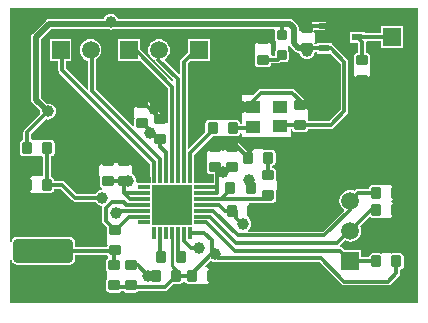
<source format=gtl>
G04 Layer_Physical_Order=1*
G04 Layer_Color=255*
%FSLAX42Y42*%
%MOMM*%
G71*
G01*
G75*
G04:AMPARAMS|DCode=10|XSize=1mm|YSize=0.9mm|CornerRadius=0.11mm|HoleSize=0mm|Usage=FLASHONLY|Rotation=0.000|XOffset=0mm|YOffset=0mm|HoleType=Round|Shape=RoundedRectangle|*
%AMROUNDEDRECTD10*
21,1,1.00,0.68,0,0,0.0*
21,1,0.78,0.90,0,0,0.0*
1,1,0.23,0.39,-0.34*
1,1,0.23,-0.39,-0.34*
1,1,0.23,-0.39,0.34*
1,1,0.23,0.39,0.34*
%
%ADD10ROUNDEDRECTD10*%
G04:AMPARAMS|DCode=11|XSize=0.8mm|YSize=0.8mm|CornerRadius=0.1mm|HoleSize=0mm|Usage=FLASHONLY|Rotation=270.000|XOffset=0mm|YOffset=0mm|HoleType=Round|Shape=RoundedRectangle|*
%AMROUNDEDRECTD11*
21,1,0.80,0.60,0,0,270.0*
21,1,0.60,0.80,0,0,270.0*
1,1,0.20,-0.30,-0.30*
1,1,0.20,-0.30,0.30*
1,1,0.20,0.30,0.30*
1,1,0.20,0.30,-0.30*
%
%ADD11ROUNDEDRECTD11*%
G04:AMPARAMS|DCode=12|XSize=2mm|YSize=5mm|CornerRadius=0.25mm|HoleSize=0mm|Usage=FLASHONLY|Rotation=270.000|XOffset=0mm|YOffset=0mm|HoleType=Round|Shape=RoundedRectangle|*
%AMROUNDEDRECTD12*
21,1,2.00,4.50,0,0,270.0*
21,1,1.50,5.00,0,0,270.0*
1,1,0.50,-2.25,-0.75*
1,1,0.50,-2.25,0.75*
1,1,0.50,2.25,0.75*
1,1,0.50,2.25,-0.75*
%
%ADD12ROUNDEDRECTD12*%
%ADD13R,0.90X0.60*%
G04:AMPARAMS|DCode=14|XSize=1mm|YSize=0.9mm|CornerRadius=0.11mm|HoleSize=0mm|Usage=FLASHONLY|Rotation=90.000|XOffset=0mm|YOffset=0mm|HoleType=Round|Shape=RoundedRectangle|*
%AMROUNDEDRECTD14*
21,1,1.00,0.68,0,0,90.0*
21,1,0.78,0.90,0,0,90.0*
1,1,0.23,0.34,0.39*
1,1,0.23,0.34,-0.39*
1,1,0.23,-0.34,-0.39*
1,1,0.23,-0.34,0.39*
%
%ADD14ROUNDEDRECTD14*%
%ADD15R,1.30X1.10*%
%ADD16C,1.00*%
%ADD17R,3.35X3.35*%
%ADD18R,1.00X0.30*%
%ADD19R,0.30X1.00*%
%ADD20C,0.30*%
%ADD21C,0.50*%
%ADD22C,0.25*%
G04:AMPARAMS|DCode=23|XSize=2.4mm|YSize=5mm|CornerRadius=0.3mm|HoleSize=0mm|Usage=FLASHONLY|Rotation=270.000|XOffset=0mm|YOffset=0mm|HoleType=Round|Shape=RoundedRectangle|*
%AMROUNDEDRECTD23*
21,1,2.40,4.40,0,0,270.0*
21,1,1.80,5.00,0,0,270.0*
1,1,0.60,-2.20,-0.90*
1,1,0.60,-2.20,0.90*
1,1,0.60,2.20,0.90*
1,1,0.60,2.20,-0.90*
%
%ADD23ROUNDEDRECTD23*%
%ADD24R,1.50X1.50*%
%ADD25C,1.50*%
%ADD26R,1.50X1.50*%
G36*
X2294Y2356D02*
X2294Y2354D01*
X2292Y2345D01*
Y2285D01*
X2295Y2274D01*
X2300Y2266D01*
Y2194D01*
X2295Y2186D01*
X2292Y2175D01*
Y2143D01*
X2266D01*
X2260Y2155D01*
Y2235D01*
X2240Y2255D01*
X2140D01*
X2120Y2235D01*
Y2155D01*
X2124Y2151D01*
X2122Y2144D01*
Y2076D01*
X2125Y2065D01*
X2131Y2056D01*
X2140Y2050D01*
X2151Y2047D01*
X2229D01*
X2240Y2050D01*
X2249Y2056D01*
X2255Y2065D01*
X2258Y2076D01*
Y2077D01*
X2315D01*
X2327Y2080D01*
X2338Y2087D01*
X2339Y2087D01*
X2380D01*
X2391Y2090D01*
X2399Y2096D01*
X2405Y2104D01*
X2408Y2115D01*
Y2175D01*
X2405Y2186D01*
X2400Y2194D01*
Y2226D01*
X2413Y2230D01*
X2420Y2220D01*
X2460Y2180D01*
X2474Y2170D01*
X2490Y2167D01*
X2494D01*
X2495Y2163D01*
X2501Y2146D01*
X2512Y2132D01*
X2526Y2121D01*
X2543Y2115D01*
X2560Y2112D01*
X2577Y2115D01*
X2594Y2121D01*
X2608Y2132D01*
X2619Y2146D01*
X2625Y2163D01*
X2626Y2169D01*
X2627Y2172D01*
X2648D01*
Y2158D01*
X2766D01*
X2847Y2076D01*
Y1684D01*
X2751Y1588D01*
X2581D01*
X2575Y1600D01*
Y1680D01*
X2555Y1700D01*
X2555Y1713D01*
X2558Y1725D01*
Y1740D01*
X2555Y1752D01*
X2548Y1763D01*
X2458Y1853D01*
X2447Y1860D01*
X2435Y1863D01*
X2175D01*
X2163Y1860D01*
X2152Y1853D01*
X2109Y1810D01*
X2015D01*
X2015Y1563D01*
X1998D01*
Y1569D01*
X1995Y1580D01*
X1989Y1589D01*
X1980Y1595D01*
X1969Y1598D01*
X1901D01*
X1894Y1596D01*
X1890Y1600D01*
X1810D01*
X1806Y1596D01*
X1799Y1598D01*
X1731D01*
X1720Y1595D01*
X1711Y1589D01*
X1705Y1580D01*
X1702Y1569D01*
Y1494D01*
X1564Y1356D01*
X1553Y1360D01*
Y2076D01*
X1574Y2098D01*
X1738D01*
Y2282D01*
X1554D01*
Y2168D01*
X1547Y2163D01*
X1497Y2113D01*
X1490Y2102D01*
X1487Y2090D01*
Y1990D01*
X1476Y1986D01*
X1362Y2099D01*
X1364Y2115D01*
X1376Y2124D01*
X1390Y2144D01*
X1400Y2166D01*
X1403Y2190D01*
X1400Y2214D01*
X1390Y2236D01*
X1376Y2256D01*
X1356Y2270D01*
X1334Y2280D01*
X1310Y2283D01*
X1286Y2280D01*
X1264Y2270D01*
X1244Y2256D01*
X1230Y2236D01*
X1220Y2214D01*
X1217Y2190D01*
X1220Y2166D01*
X1230Y2144D01*
X1244Y2124D01*
X1264Y2110D01*
X1273Y2106D01*
X1275Y2098D01*
X1282Y2087D01*
X1432Y1937D01*
X1431Y1933D01*
X1418Y1928D01*
X1148Y2198D01*
Y2282D01*
X964D01*
Y2098D01*
X1148D01*
X1148Y2098D01*
Y2098D01*
X1160Y2094D01*
X1387Y1866D01*
Y1579D01*
X1376Y1574D01*
X1370Y1580D01*
X1357D01*
X1350Y1593D01*
X1353Y1605D01*
X1350Y1617D01*
X1343Y1628D01*
X1203Y1768D01*
X1192Y1775D01*
X1180Y1778D01*
X1170D01*
X1158Y1775D01*
X1147Y1768D01*
X1140Y1757D01*
X1137Y1745D01*
X1140Y1733D01*
X1133Y1720D01*
X1120D01*
X1100Y1700D01*
Y1620D01*
X1104Y1616D01*
X1102Y1609D01*
Y1552D01*
X1090Y1546D01*
X778Y1859D01*
Y2111D01*
X796Y2124D01*
X810Y2144D01*
X820Y2166D01*
X823Y2190D01*
X820Y2214D01*
X810Y2236D01*
X796Y2256D01*
X776Y2270D01*
X754Y2280D01*
X730Y2283D01*
X706Y2280D01*
X684Y2270D01*
X664Y2256D01*
X650Y2236D01*
X640Y2214D01*
X637Y2190D01*
X640Y2166D01*
X650Y2144D01*
X664Y2124D01*
X684Y2110D01*
X706Y2100D01*
X712Y2100D01*
Y1862D01*
X700Y1856D01*
X523Y2034D01*
Y2098D01*
X568D01*
Y2282D01*
X384D01*
Y2098D01*
X457D01*
Y2020D01*
X460Y2008D01*
X467Y1997D01*
X1237Y1226D01*
Y1115D01*
X1238Y1112D01*
Y1062D01*
X1128D01*
X1117Y1074D01*
X1118Y1080D01*
X1115Y1097D01*
X1109Y1114D01*
X1098Y1128D01*
X1085Y1138D01*
Y1205D01*
X1065Y1225D01*
X1052D01*
X1045Y1238D01*
X1048Y1250D01*
X1045Y1262D01*
X1038Y1273D01*
X1027Y1280D01*
X1015Y1283D01*
X875D01*
X863Y1280D01*
X852Y1273D01*
X845Y1262D01*
X842Y1250D01*
X845Y1238D01*
X838Y1225D01*
X825D01*
X805Y1205D01*
Y1125D01*
X809Y1121D01*
X807Y1114D01*
Y1046D01*
X810Y1035D01*
X816Y1026D01*
X825Y1020D01*
X825Y1019D01*
X824Y1007D01*
X813Y1005D01*
X796Y999D01*
X782Y988D01*
X771Y974D01*
X771Y973D01*
X614D01*
X513Y1073D01*
X502Y1080D01*
X490Y1083D01*
X450D01*
X450Y1083D01*
X423D01*
Y1089D01*
X420Y1100D01*
X414Y1109D01*
X405Y1115D01*
X394Y1118D01*
X393D01*
Y1292D01*
X399D01*
X410Y1295D01*
X419Y1301D01*
X425Y1310D01*
X428Y1321D01*
Y1399D01*
X425Y1410D01*
X419Y1419D01*
X410Y1425D01*
X399Y1428D01*
X331D01*
X324Y1426D01*
X320Y1430D01*
X240D01*
X228Y1436D01*
Y1481D01*
X351Y1605D01*
X353Y1605D01*
X370Y1602D01*
X387Y1605D01*
X404Y1611D01*
X418Y1622D01*
X429Y1636D01*
X435Y1653D01*
X438Y1670D01*
X435Y1687D01*
X429Y1704D01*
X418Y1718D01*
X404Y1729D01*
X387Y1735D01*
X370Y1738D01*
X364Y1737D01*
X313Y1788D01*
Y2282D01*
X398Y2367D01*
X877D01*
X883Y2365D01*
X900Y2362D01*
X917Y2365D01*
X923Y2367D01*
X2287D01*
X2294Y2356D01*
D02*
G37*
G36*
X3500Y50D02*
X50D01*
Y411D01*
X63Y412D01*
X65Y399D01*
X75Y385D01*
X89Y375D01*
X105Y372D01*
X555D01*
X571Y375D01*
X585Y385D01*
X595Y399D01*
X598Y415D01*
Y457D01*
X873D01*
X875Y450D01*
X879Y443D01*
X880Y437D01*
X877Y428D01*
X871Y424D01*
X865Y415D01*
X862Y404D01*
Y336D01*
X865Y325D01*
X870Y317D01*
Y253D01*
X865Y245D01*
X862Y234D01*
Y166D01*
X865Y155D01*
X871Y146D01*
X880Y140D01*
X891Y137D01*
X969D01*
X980Y140D01*
X989Y146D01*
X990Y147D01*
X1010D01*
X1011Y146D01*
X1020Y140D01*
X1031Y137D01*
X1109D01*
X1120Y140D01*
X1129Y146D01*
X1130Y147D01*
X1357D01*
X1370Y150D01*
X1381Y157D01*
X1436Y212D01*
X1491D01*
X1502Y215D01*
X1512Y221D01*
X1517Y229D01*
X1524Y230D01*
X1531Y229D01*
X1536Y221D01*
X1545Y215D01*
X1556Y212D01*
X1624D01*
X1631Y214D01*
X1635Y210D01*
X1715D01*
X1735Y230D01*
Y330D01*
X1715Y350D01*
X1703D01*
X1698Y362D01*
X1741Y405D01*
X1746Y401D01*
X1763Y395D01*
X1780Y392D01*
X1797Y395D01*
X1806Y398D01*
X1810Y397D01*
X2666D01*
X2857Y207D01*
X2868Y200D01*
X2880Y197D01*
X3250D01*
X3262Y200D01*
X3273Y207D01*
X3343Y277D01*
X3350Y288D01*
X3353Y300D01*
Y332D01*
X3354D01*
X3365Y335D01*
X3374Y341D01*
X3380Y350D01*
X3383Y361D01*
Y439D01*
X3380Y450D01*
X3374Y459D01*
X3365Y465D01*
X3354Y468D01*
X3286D01*
X3279Y466D01*
X3275Y470D01*
X3195D01*
X3191Y466D01*
X3184Y468D01*
X3116D01*
X3105Y465D01*
X3096Y459D01*
X3090Y450D01*
X3087Y439D01*
Y439D01*
X3022D01*
Y498D01*
X2884D01*
X2869Y513D01*
X2858Y520D01*
X2846Y523D01*
X2845D01*
X2841Y535D01*
X2843Y537D01*
X2885Y579D01*
X2906Y570D01*
X2930Y567D01*
X2954Y570D01*
X2976Y580D01*
X2996Y594D01*
X3010Y614D01*
X3020Y636D01*
X3023Y660D01*
X3020Y684D01*
X3014Y698D01*
X3097Y780D01*
X3105Y775D01*
X3116Y772D01*
X3184D01*
X3191Y774D01*
X3195Y770D01*
X3275D01*
X3295Y790D01*
Y890D01*
X3275Y910D01*
X3295Y930D01*
Y1030D01*
X3275Y1050D01*
X3195D01*
X3191Y1046D01*
X3184Y1048D01*
X3116D01*
X3105Y1045D01*
X3096Y1039D01*
X3090Y1030D01*
X3087Y1019D01*
Y1013D01*
X2996D01*
X2984Y1010D01*
X2973Y1003D01*
X2968Y998D01*
X2954Y1004D01*
X2930Y1007D01*
X2906Y1004D01*
X2884Y994D01*
X2864Y980D01*
X2850Y960D01*
X2840Y938D01*
X2837Y914D01*
X2840Y890D01*
X2850Y868D01*
X2864Y848D01*
X2873Y842D01*
X2873Y829D01*
X2696Y653D01*
X2065D01*
X2061Y665D01*
X2063Y667D01*
X2065Y670D01*
X2068Y672D01*
X2079Y686D01*
X2085Y703D01*
X2088Y720D01*
X2085Y737D01*
X2079Y754D01*
X2068Y768D01*
X2067Y772D01*
X2075Y780D01*
Y880D01*
X2069Y886D01*
X2074Y897D01*
X2260D01*
X2260Y897D01*
X2274D01*
X2285Y900D01*
X2294Y906D01*
X2300Y915D01*
X2303Y926D01*
Y994D01*
X2301Y1001D01*
X2305Y1005D01*
Y1085D01*
X2301Y1089D01*
X2303Y1096D01*
Y1164D01*
X2300Y1175D01*
X2294Y1184D01*
X2285Y1190D01*
X2274Y1193D01*
X2268D01*
Y1212D01*
X2269D01*
X2280Y1215D01*
X2289Y1221D01*
X2295Y1230D01*
X2298Y1241D01*
Y1319D01*
X2295Y1330D01*
X2289Y1339D01*
X2280Y1345D01*
X2269Y1348D01*
X2201D01*
X2194Y1346D01*
X2190Y1350D01*
X2110D01*
X2090Y1330D01*
Y1319D01*
X2077Y1314D01*
X1998Y1393D01*
X1987Y1400D01*
X1975Y1403D01*
X1785D01*
X1773Y1400D01*
X1762Y1393D01*
X1755Y1382D01*
X1752Y1370D01*
X1755Y1358D01*
X1748Y1345D01*
X1735D01*
X1715Y1325D01*
Y1245D01*
X1719Y1241D01*
X1717Y1234D01*
Y1166D01*
X1720Y1155D01*
X1726Y1146D01*
X1735Y1140D01*
X1746Y1137D01*
X1772D01*
Y1063D01*
X1655D01*
X1652Y1062D01*
X1602D01*
Y1112D01*
X1603Y1115D01*
Y1301D01*
X1764Y1462D01*
X1799D01*
X1806Y1464D01*
X1810Y1460D01*
X1890D01*
X1894Y1464D01*
X1901Y1462D01*
X1969D01*
X1980Y1465D01*
X1989Y1471D01*
X1995Y1480D01*
X1997Y1488D01*
X2004Y1492D01*
X2006Y1491D01*
X2015Y1482D01*
X2015Y1450D01*
X2425Y1450D01*
Y1519D01*
X2438Y1520D01*
X2440Y1510D01*
X2446Y1501D01*
X2455Y1495D01*
X2466Y1492D01*
X2544D01*
X2555Y1495D01*
X2564Y1501D01*
X2570Y1510D01*
X2573Y1521D01*
Y1522D01*
X2765D01*
X2777Y1525D01*
X2788Y1532D01*
X2903Y1647D01*
X2910Y1658D01*
X2913Y1670D01*
Y2090D01*
X2910Y2102D01*
X2903Y2113D01*
X2788Y2228D01*
X2777Y2235D01*
X2772Y2236D01*
Y2252D01*
X2648D01*
Y2238D01*
X2628D01*
Y2244D01*
X2626Y2251D01*
X2630Y2255D01*
Y2335D01*
X2615Y2350D01*
X2621Y2362D01*
X2710D01*
X2722Y2365D01*
X2733Y2372D01*
X2740Y2383D01*
X2743Y2395D01*
X2740Y2407D01*
X2733Y2418D01*
X2722Y2425D01*
X2710Y2428D01*
X2575D01*
X2563Y2425D01*
X2552Y2418D01*
X2545Y2407D01*
X2542Y2395D01*
X2545Y2383D01*
X2552Y2372D01*
X2558Y2368D01*
X2554Y2355D01*
X2510D01*
X2505Y2350D01*
X2493Y2354D01*
Y2380D01*
X2490Y2396D01*
X2480Y2410D01*
X2450Y2440D01*
X2436Y2450D01*
X2420Y2453D01*
X963D01*
X959Y2464D01*
X948Y2478D01*
X934Y2489D01*
X917Y2495D01*
X900Y2498D01*
X883Y2495D01*
X866Y2489D01*
X852Y2478D01*
X841Y2464D01*
X837Y2453D01*
X380D01*
X364Y2450D01*
X350Y2440D01*
X240Y2330D01*
X230Y2316D01*
X227Y2300D01*
Y1770D01*
X230Y1754D01*
X240Y1740D01*
X303Y1676D01*
X302Y1670D01*
X305Y1653D01*
X305Y1651D01*
X172Y1518D01*
X165Y1507D01*
X162Y1495D01*
Y1428D01*
X161D01*
X150Y1425D01*
X141Y1419D01*
X135Y1410D01*
X132Y1399D01*
Y1321D01*
X135Y1310D01*
X141Y1301D01*
X150Y1295D01*
X161Y1292D01*
X229D01*
X236Y1294D01*
X240Y1290D01*
X320D01*
X327Y1280D01*
Y1126D01*
X315Y1120D01*
X235D01*
X215Y1100D01*
Y1000D01*
X235Y980D01*
X315D01*
X319Y984D01*
X326Y982D01*
X394D01*
X405Y985D01*
X414Y991D01*
X420Y1000D01*
X423Y1011D01*
Y1017D01*
X450D01*
X450Y1017D01*
X476D01*
X577Y917D01*
X588Y910D01*
X600Y907D01*
X771D01*
X771Y906D01*
X782Y892D01*
X796Y881D01*
X813Y875D01*
X822Y873D01*
X826Y868D01*
X829Y860D01*
X827Y850D01*
Y745D01*
X830Y733D01*
X837Y722D01*
X872Y686D01*
Y631D01*
X874Y624D01*
X870Y620D01*
Y540D01*
X874Y536D01*
X872Y529D01*
Y523D01*
X598D01*
Y565D01*
X595Y581D01*
X585Y595D01*
X571Y605D01*
X555Y608D01*
X105D01*
X89Y605D01*
X75Y595D01*
X65Y581D01*
X63Y568D01*
X50Y569D01*
Y2550D01*
X3500D01*
Y50D01*
D02*
G37*
%LPC*%
G36*
X3372Y2392D02*
X3188D01*
Y2333D01*
X3052D01*
Y2347D01*
X2928D01*
Y2253D01*
X2991D01*
X2997Y2246D01*
Y2168D01*
X2991D01*
X2980Y2165D01*
X2971Y2159D01*
X2965Y2150D01*
X2962Y2139D01*
Y2071D01*
X2964Y2064D01*
X2960Y2060D01*
Y1980D01*
X2980Y1960D01*
X3080D01*
X3100Y1980D01*
Y2060D01*
X3096Y2064D01*
X3098Y2071D01*
Y2139D01*
X3095Y2150D01*
X3089Y2159D01*
X3080Y2165D01*
X3069Y2168D01*
X3063D01*
Y2260D01*
X3069Y2267D01*
X3188D01*
Y2208D01*
X3372D01*
Y2392D01*
D02*
G37*
%LPD*%
D10*
X2190Y2280D02*
D03*
Y2110D02*
D03*
X3030Y1935D02*
D03*
Y2105D02*
D03*
X2560Y2380D02*
D03*
Y2210D02*
D03*
X875Y1250D02*
D03*
Y1080D02*
D03*
X1015Y1250D02*
D03*
Y1080D02*
D03*
X1925Y1370D02*
D03*
Y1200D02*
D03*
X1785Y1370D02*
D03*
Y1200D02*
D03*
X2505Y1725D02*
D03*
Y1555D02*
D03*
X2235Y1130D02*
D03*
Y960D02*
D03*
X940Y495D02*
D03*
Y665D02*
D03*
X1320Y1435D02*
D03*
X1320Y1605D02*
D03*
X1170Y1575D02*
D03*
X1170Y1745D02*
D03*
X930Y200D02*
D03*
Y370D02*
D03*
X1070Y200D02*
D03*
Y370D02*
D03*
D11*
X2350Y2145D02*
D03*
Y2315D02*
D03*
D12*
X330Y490D02*
D03*
D13*
X2710Y2395D02*
D03*
Y2205D02*
D03*
X2990Y2300D02*
D03*
D14*
X2100Y830D02*
D03*
X1930D02*
D03*
X2065Y1280D02*
D03*
X2235D02*
D03*
X2085Y1020D02*
D03*
X1915D02*
D03*
X1935Y1530D02*
D03*
X1765D02*
D03*
X1330Y440D02*
D03*
X1500D02*
D03*
X190Y1050D02*
D03*
X360D02*
D03*
X365Y1360D02*
D03*
X195D02*
D03*
X1457Y280D02*
D03*
X1287D02*
D03*
X1590Y280D02*
D03*
X1760D02*
D03*
X3320Y980D02*
D03*
X3150D02*
D03*
X3320Y840D02*
D03*
X3150D02*
D03*
Y400D02*
D03*
X3320D02*
D03*
D15*
X2335Y1550D02*
D03*
X2105Y1540D02*
D03*
Y1710D02*
D03*
X2335D02*
D03*
D16*
X1650Y510D02*
D03*
X900Y2430D02*
D03*
X150Y210D02*
D03*
X490Y200D02*
D03*
X170Y770D02*
D03*
X490Y760D02*
D03*
X2560Y2180D02*
D03*
Y2440D02*
D03*
X1270Y1690D02*
D03*
X1850Y1390D02*
D03*
Y1160D02*
D03*
X1780Y460D02*
D03*
X2020Y720D02*
D03*
X1525Y990D02*
D03*
Y770D02*
D03*
X1315D02*
D03*
Y990D02*
D03*
X945Y1310D02*
D03*
X2020Y1710D02*
D03*
X2075Y1090D02*
D03*
X950Y810D02*
D03*
X1220Y280D02*
D03*
X1230Y1490D02*
D03*
X830Y940D02*
D03*
X1050Y1080D02*
D03*
X370Y1670D02*
D03*
X1630Y1560D02*
D03*
X2240Y730D02*
D03*
X2420D02*
D03*
X2620D02*
D03*
X2530Y330D02*
D03*
X3430Y910D02*
D03*
X1540Y130D02*
D03*
X2260Y320D02*
D03*
D17*
X1420Y880D02*
D03*
D18*
X1185Y730D02*
D03*
Y780D02*
D03*
Y830D02*
D03*
Y880D02*
D03*
Y930D02*
D03*
Y980D02*
D03*
Y1030D02*
D03*
X1655D02*
D03*
Y980D02*
D03*
Y930D02*
D03*
Y880D02*
D03*
Y830D02*
D03*
Y780D02*
D03*
Y730D02*
D03*
D19*
X1270Y1115D02*
D03*
X1320D02*
D03*
X1370D02*
D03*
X1420D02*
D03*
X1470D02*
D03*
X1520D02*
D03*
X1570D02*
D03*
Y645D02*
D03*
X1520D02*
D03*
X1470D02*
D03*
X1420D02*
D03*
X1370D02*
D03*
X1320D02*
D03*
X1270D02*
D03*
D20*
X2880Y1670D02*
Y2090D01*
X2765Y2205D02*
X2880Y2090D01*
X2710Y2205D02*
X2765D01*
X2765Y1555D02*
X2880Y1670D01*
X2315Y2110D02*
X2350Y2145D01*
X2190Y2110D02*
X2315D01*
X2340Y2410D02*
X2350Y2400D01*
Y2315D02*
Y2400D01*
X1170Y1575D02*
X1310Y1435D01*
X2505Y1555D02*
X2765D01*
X2930Y840D02*
Y890D01*
X2710Y620D02*
X2930Y840D01*
X1980Y620D02*
X2710D01*
X1420Y1115D02*
Y1880D01*
X1121Y2179D02*
X1420Y1880D01*
X1051Y2179D02*
X1121D01*
X1470Y1115D02*
Y1945D01*
X1305Y2110D02*
X1470Y1945D01*
X1570Y2140D02*
X1600D01*
X1520Y2090D02*
X1570Y2140D01*
X1520Y1115D02*
Y2090D01*
X2360Y1555D02*
X2535D01*
X2930Y660D02*
X2930D01*
X2846Y490D02*
X2930Y406D01*
X1950Y490D02*
X2846D01*
X1710Y730D02*
X1950Y490D01*
X2820Y560D02*
X2925Y665D01*
X1960Y560D02*
X2820D01*
X1740Y780D02*
X1960Y560D01*
X2930Y914D02*
Y960D01*
X2565Y2205D02*
X2710D01*
X2575Y2395D02*
X2710D01*
X2990Y2300D02*
X3030Y2260D01*
Y2105D02*
Y2260D01*
X2990Y2300D02*
X3280D01*
X1820Y880D02*
X1870Y830D01*
X1655Y880D02*
X1820D01*
X1655Y830D02*
X1770D01*
X1655Y780D02*
X1740D01*
X1655Y730D02*
X1710D01*
X875Y1250D02*
X1015D01*
X1015Y980D02*
Y1080D01*
Y980D02*
Y980D01*
X1185D01*
X2175Y1830D02*
X2435D01*
X2105Y1760D02*
X2175Y1830D01*
X2105Y1710D02*
Y1760D01*
X2435Y1830D02*
X2525Y1740D01*
Y1725D02*
Y1740D01*
X2095Y1530D02*
X2105Y1540D01*
X1570Y1115D02*
Y1315D01*
X1925Y1370D02*
X1975D01*
X1785D02*
X1925D01*
X1975D02*
X2065Y1280D01*
X2235Y1130D02*
Y1280D01*
X1835Y930D02*
X2260D01*
X1835D02*
X1925Y1020D01*
X1655Y930D02*
X1835D01*
X1805Y980D02*
Y1180D01*
X1655Y980D02*
X1805D01*
X1655Y1030D02*
X1805D01*
X970Y830D02*
X1185D01*
X860Y745D02*
X940Y665D01*
X965Y685D02*
X1060Y780D01*
X1185D01*
X1935Y1530D02*
X2095D01*
X1570Y1315D02*
X1765Y1510D01*
Y1520D01*
X490Y2020D02*
Y2160D01*
Y2020D02*
X1270Y1240D01*
Y1115D02*
Y1240D01*
X1320Y1115D02*
Y1270D01*
X1367Y1118D02*
X1370Y1115D01*
X1320Y1370D02*
Y1435D01*
Y1370D02*
X1367Y1323D01*
Y1118D02*
Y1323D01*
X1310Y1435D02*
X1320D01*
X1470Y435D02*
Y645D01*
Y435D02*
X1495Y410D01*
X1320Y430D02*
Y645D01*
X1520Y570D02*
Y645D01*
Y570D02*
X1580Y510D01*
X1620D01*
X1180Y1745D02*
X1320Y1605D01*
X1170Y1745D02*
X1180D01*
X360Y1050D02*
X390D01*
X450D01*
X875Y1080D02*
X1015D01*
X1015Y1080D01*
X1015Y980D02*
X1065Y930D01*
X1185D01*
X1010Y900D02*
X1030Y880D01*
X1185D01*
X360Y1050D02*
Y1355D01*
X360Y1020D02*
X390Y1050D01*
X450Y1050D02*
X490D01*
X860Y745D02*
Y850D01*
X910Y900D01*
X1010D01*
X600Y940D02*
X830D01*
X490Y1050D02*
X600Y940D01*
X1570Y645D02*
X1695D01*
X2996Y980D02*
X3150D01*
X2930Y914D02*
X2996Y980D01*
X2930Y660D02*
X3130Y860D01*
X2930Y406D02*
X3175D01*
X340Y490D02*
X935D01*
X1457Y280D02*
X1570D01*
X930Y370D02*
Y485D01*
Y200D02*
X950Y180D01*
X1357D01*
X1457Y280D01*
X1070Y370D02*
X1130D01*
X1220Y280D01*
X195Y1360D02*
Y1495D01*
X370Y1670D01*
X1870Y830D02*
X1930D01*
X1960D01*
Y770D02*
Y830D01*
X1805Y1180D02*
X1905D01*
X1770Y830D02*
X1980Y620D01*
X1960Y770D02*
X2040Y690D01*
X3320Y400D02*
Y420D01*
Y300D02*
Y400D01*
X3250Y230D02*
X3320Y300D01*
X2880Y230D02*
X3250D01*
X1570Y280D02*
X1760Y470D01*
Y580D01*
X1695Y645D02*
X1760Y580D01*
X745Y1845D02*
X1320Y1270D01*
X745Y1845D02*
Y2190D01*
X1780Y460D02*
X1810Y430D01*
X2680D01*
X2880Y230D01*
D21*
X2340Y2410D02*
X2420D01*
X380D02*
X2340D01*
X2420D02*
X2450Y2380D01*
Y2250D02*
Y2380D01*
Y2250D02*
X2490Y2210D01*
X2560D01*
X270Y1770D02*
X370Y1670D01*
X270Y1770D02*
Y2300D01*
X380Y2410D01*
X2560Y2190D02*
Y2210D01*
D22*
X1420Y360D02*
Y645D01*
Y360D02*
X1460Y320D01*
D23*
X330Y210D02*
D03*
Y770D02*
D03*
D24*
X1646Y2190D02*
D03*
X1056D02*
D03*
X476D02*
D03*
D25*
X1900D02*
D03*
X1310D02*
D03*
X730D02*
D03*
X2930Y914D02*
D03*
Y660D02*
D03*
X1420Y880D02*
D03*
D26*
X3280Y2300D02*
D03*
Y1650D02*
D03*
X2930Y406D02*
D03*
M02*

</source>
